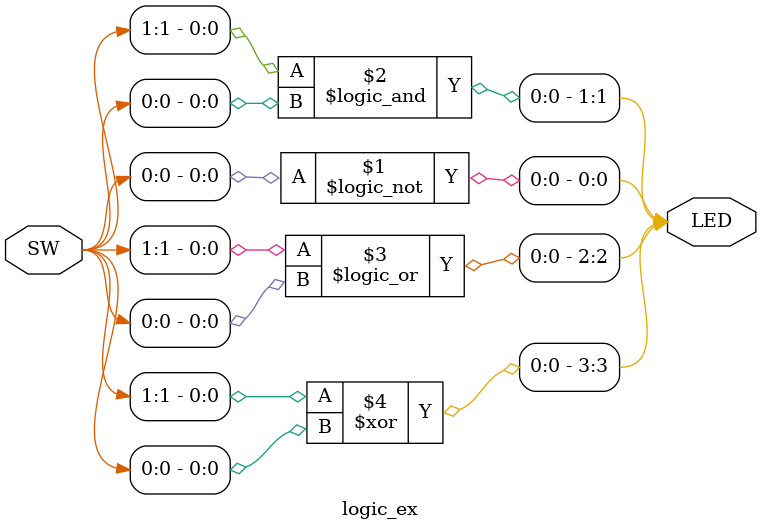
<source format=sv>
`timescale 1ns/10ps
module logic_ex (
    input  wire  [1:0]  SW,
    output logic [3:0] LED
);
    assign LED[0] = !SW[0];
    assign LED[1] = SW[1] && SW[0];
    assign LED[2] = SW[1] || SW[0];
    assign LED[3] = SW[1] ^ SW[0];
endmodule // logic_ex

</source>
